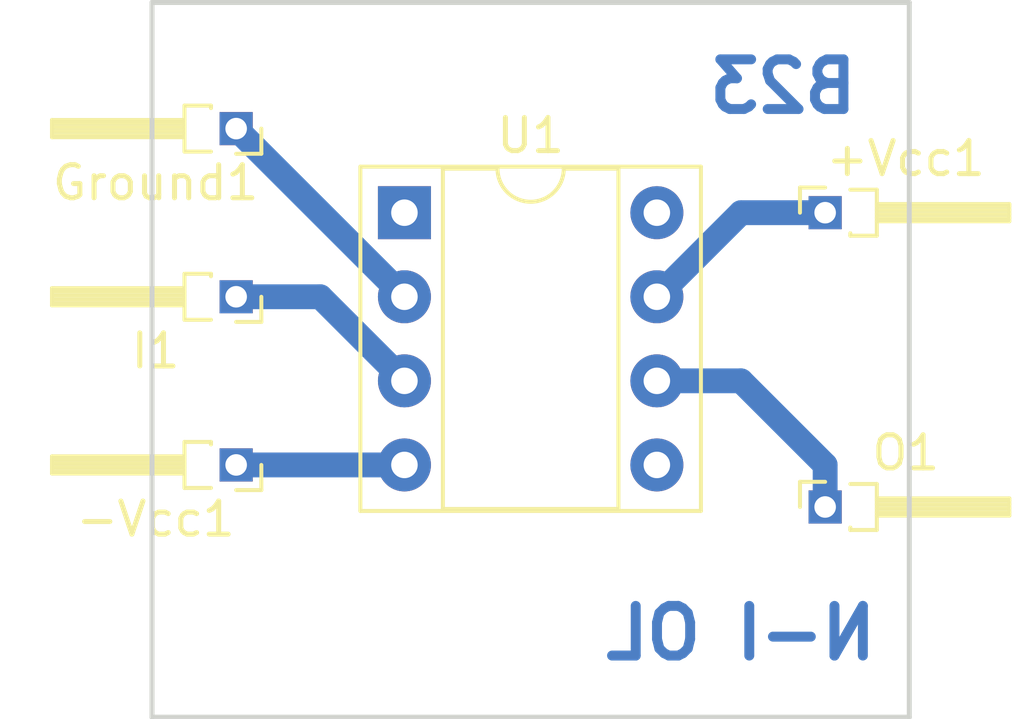
<source format=kicad_pcb>
(kicad_pcb (version 4) (host pcbnew 4.0.7)

  (general
    (links 5)
    (no_connects 0)
    (area 133.766071 82.474999 164.975001 104.215001)
    (thickness 1.6)
    (drawings 6)
    (tracks 9)
    (zones 0)
    (modules 6)
    (nets 9)
  )

  (page A4)
  (layers
    (0 F.Cu signal)
    (31 B.Cu signal)
    (32 B.Adhes user)
    (33 F.Adhes user)
    (34 B.Paste user)
    (35 F.Paste user)
    (36 B.SilkS user)
    (37 F.SilkS user)
    (38 B.Mask user)
    (39 F.Mask user)
    (40 Dwgs.User user)
    (41 Cmts.User user)
    (42 Eco1.User user)
    (43 Eco2.User user)
    (44 Edge.Cuts user)
    (45 Margin user)
    (46 B.CrtYd user)
    (47 F.CrtYd user)
    (48 B.Fab user)
    (49 F.Fab user)
  )

  (setup
    (last_trace_width 0.75)
    (trace_clearance 0.2)
    (zone_clearance 0.508)
    (zone_45_only yes)
    (trace_min 0.2)
    (segment_width 0.2)
    (edge_width 0.15)
    (via_size 0.6)
    (via_drill 0.4)
    (via_min_size 0.4)
    (via_min_drill 0.3)
    (uvia_size 0.3)
    (uvia_drill 0.1)
    (uvias_allowed no)
    (uvia_min_size 0.2)
    (uvia_min_drill 0.1)
    (pcb_text_width 0.3)
    (pcb_text_size 1.5 1.5)
    (mod_edge_width 0.15)
    (mod_text_size 1 1)
    (mod_text_width 0.15)
    (pad_size 1.524 1.524)
    (pad_drill 0.762)
    (pad_to_mask_clearance 0.2)
    (aux_axis_origin 0 0)
    (visible_elements 7FFFFFFF)
    (pcbplotparams
      (layerselection 0x3d000_80000001)
      (usegerberextensions false)
      (excludeedgelayer true)
      (linewidth 0.100000)
      (plotframeref false)
      (viasonmask false)
      (mode 1)
      (useauxorigin false)
      (hpglpennumber 1)
      (hpglpenspeed 20)
      (hpglpendiameter 15)
      (hpglpenoverlay 2)
      (psnegative false)
      (psa4output false)
      (plotreference true)
      (plotvalue true)
      (plotinvisibletext false)
      (padsonsilk false)
      (subtractmaskfromsilk false)
      (outputformat 1)
      (mirror false)
      (drillshape 0)
      (scaleselection 1)
      (outputdirectory ""))
  )

  (net 0 "")
  (net 1 "Net-(+Vcc1-Pad1)")
  (net 2 "Net-(-Vcc1-Pad1)")
  (net 3 "Net-(Ground1-Pad1)")
  (net 4 "Net-(I1-Pad1)")
  (net 5 "Net-(O1-Pad1)")
  (net 6 "Net-(U1-Pad1)")
  (net 7 "Net-(U1-Pad5)")
  (net 8 "Net-(U1-Pad8)")

  (net_class Default "This is the default net class."
    (clearance 0.2)
    (trace_width 0.75)
    (via_dia 0.6)
    (via_drill 0.4)
    (uvia_dia 0.3)
    (uvia_drill 0.1)
    (add_net "Net-(+Vcc1-Pad1)")
    (add_net "Net-(-Vcc1-Pad1)")
    (add_net "Net-(Ground1-Pad1)")
    (add_net "Net-(I1-Pad1)")
    (add_net "Net-(O1-Pad1)")
    (add_net "Net-(U1-Pad1)")
    (add_net "Net-(U1-Pad5)")
    (add_net "Net-(U1-Pad8)")
  )

  (module Pin_Headers:Pin_Header_Angled_1x01_Pitch1.27mm (layer F.Cu) (tedit 59650535) (tstamp 5C49D168)
    (at 158.75 88.9)
    (descr "Through hole angled pin header, 1x01, 1.27mm pitch, 4.0mm pin length, single row")
    (tags "Through hole angled pin header THT 1x01 1.27mm single row")
    (path /5C49CCC8)
    (fp_text reference +Vcc1 (at 2.4325 -1.635) (layer F.SilkS)
      (effects (font (size 1 1) (thickness 0.15)))
    )
    (fp_text value +12V (at 2.4325 1.635) (layer F.Fab)
      (effects (font (size 1 1) (thickness 0.15)))
    )
    (fp_line (start 0.75 -0.635) (end 1.5 -0.635) (layer F.Fab) (width 0.1))
    (fp_line (start 1.5 -0.635) (end 1.5 0.635) (layer F.Fab) (width 0.1))
    (fp_line (start 1.5 0.635) (end 0.5 0.635) (layer F.Fab) (width 0.1))
    (fp_line (start 0.5 0.635) (end 0.5 -0.385) (layer F.Fab) (width 0.1))
    (fp_line (start 0.5 -0.385) (end 0.75 -0.635) (layer F.Fab) (width 0.1))
    (fp_line (start -0.2 -0.2) (end 0.5 -0.2) (layer F.Fab) (width 0.1))
    (fp_line (start -0.2 -0.2) (end -0.2 0.2) (layer F.Fab) (width 0.1))
    (fp_line (start -0.2 0.2) (end 0.5 0.2) (layer F.Fab) (width 0.1))
    (fp_line (start 1.5 -0.2) (end 5.5 -0.2) (layer F.Fab) (width 0.1))
    (fp_line (start 5.5 -0.2) (end 5.5 0.2) (layer F.Fab) (width 0.1))
    (fp_line (start 1.5 0.2) (end 5.5 0.2) (layer F.Fab) (width 0.1))
    (fp_line (start 0.76 -0.695) (end 1.56 -0.695) (layer F.SilkS) (width 0.12))
    (fp_line (start 1.56 -0.695) (end 1.56 0.695) (layer F.SilkS) (width 0.12))
    (fp_line (start 1.56 0.695) (end 0.76 0.695) (layer F.SilkS) (width 0.12))
    (fp_line (start 0.76 0.695) (end 0.76 0.619677) (layer F.SilkS) (width 0.12))
    (fp_line (start 1.56 -0.26) (end 5.56 -0.26) (layer F.SilkS) (width 0.12))
    (fp_line (start 5.56 -0.26) (end 5.56 0.26) (layer F.SilkS) (width 0.12))
    (fp_line (start 5.56 0.26) (end 1.56 0.26) (layer F.SilkS) (width 0.12))
    (fp_line (start 1.56 -0.2) (end 5.56 -0.2) (layer F.SilkS) (width 0.12))
    (fp_line (start 1.56 -0.08) (end 5.56 -0.08) (layer F.SilkS) (width 0.12))
    (fp_line (start 1.56 0.04) (end 5.56 0.04) (layer F.SilkS) (width 0.12))
    (fp_line (start 1.56 0.16) (end 5.56 0.16) (layer F.SilkS) (width 0.12))
    (fp_line (start -0.76 0) (end -0.76 -0.76) (layer F.SilkS) (width 0.12))
    (fp_line (start -0.76 -0.76) (end 0 -0.76) (layer F.SilkS) (width 0.12))
    (fp_line (start -1.15 -1.15) (end -1.15 1.15) (layer F.CrtYd) (width 0.05))
    (fp_line (start -1.15 1.15) (end 6 1.15) (layer F.CrtYd) (width 0.05))
    (fp_line (start 6 1.15) (end 6 -1.15) (layer F.CrtYd) (width 0.05))
    (fp_line (start 6 -1.15) (end -1.15 -1.15) (layer F.CrtYd) (width 0.05))
    (fp_text user %R (at 1 0 90) (layer F.Fab)
      (effects (font (size 0.6 0.6) (thickness 0.09)))
    )
    (pad 1 thru_hole rect (at 0 0) (size 1 1) (drill 0.65) (layers *.Cu *.Mask)
      (net 1 "Net-(+Vcc1-Pad1)"))
    (model ${KISYS3DMOD}/Pin_Headers.3dshapes/Pin_Header_Angled_1x01_Pitch1.27mm.wrl
      (at (xyz 0 0 0))
      (scale (xyz 1 1 1))
      (rotate (xyz 0 0 0))
    )
  )

  (module Pin_Headers:Pin_Header_Angled_1x01_Pitch1.27mm (layer F.Cu) (tedit 59650535) (tstamp 5C49D16D)
    (at 140.97 96.52 180)
    (descr "Through hole angled pin header, 1x01, 1.27mm pitch, 4.0mm pin length, single row")
    (tags "Through hole angled pin header THT 1x01 1.27mm single row")
    (path /5C49CD97)
    (fp_text reference -Vcc1 (at 2.4325 -1.635 180) (layer F.SilkS)
      (effects (font (size 1 1) (thickness 0.15)))
    )
    (fp_text value -12V (at 2.4325 1.635 180) (layer F.Fab)
      (effects (font (size 1 1) (thickness 0.15)))
    )
    (fp_line (start 0.75 -0.635) (end 1.5 -0.635) (layer F.Fab) (width 0.1))
    (fp_line (start 1.5 -0.635) (end 1.5 0.635) (layer F.Fab) (width 0.1))
    (fp_line (start 1.5 0.635) (end 0.5 0.635) (layer F.Fab) (width 0.1))
    (fp_line (start 0.5 0.635) (end 0.5 -0.385) (layer F.Fab) (width 0.1))
    (fp_line (start 0.5 -0.385) (end 0.75 -0.635) (layer F.Fab) (width 0.1))
    (fp_line (start -0.2 -0.2) (end 0.5 -0.2) (layer F.Fab) (width 0.1))
    (fp_line (start -0.2 -0.2) (end -0.2 0.2) (layer F.Fab) (width 0.1))
    (fp_line (start -0.2 0.2) (end 0.5 0.2) (layer F.Fab) (width 0.1))
    (fp_line (start 1.5 -0.2) (end 5.5 -0.2) (layer F.Fab) (width 0.1))
    (fp_line (start 5.5 -0.2) (end 5.5 0.2) (layer F.Fab) (width 0.1))
    (fp_line (start 1.5 0.2) (end 5.5 0.2) (layer F.Fab) (width 0.1))
    (fp_line (start 0.76 -0.695) (end 1.56 -0.695) (layer F.SilkS) (width 0.12))
    (fp_line (start 1.56 -0.695) (end 1.56 0.695) (layer F.SilkS) (width 0.12))
    (fp_line (start 1.56 0.695) (end 0.76 0.695) (layer F.SilkS) (width 0.12))
    (fp_line (start 0.76 0.695) (end 0.76 0.619677) (layer F.SilkS) (width 0.12))
    (fp_line (start 1.56 -0.26) (end 5.56 -0.26) (layer F.SilkS) (width 0.12))
    (fp_line (start 5.56 -0.26) (end 5.56 0.26) (layer F.SilkS) (width 0.12))
    (fp_line (start 5.56 0.26) (end 1.56 0.26) (layer F.SilkS) (width 0.12))
    (fp_line (start 1.56 -0.2) (end 5.56 -0.2) (layer F.SilkS) (width 0.12))
    (fp_line (start 1.56 -0.08) (end 5.56 -0.08) (layer F.SilkS) (width 0.12))
    (fp_line (start 1.56 0.04) (end 5.56 0.04) (layer F.SilkS) (width 0.12))
    (fp_line (start 1.56 0.16) (end 5.56 0.16) (layer F.SilkS) (width 0.12))
    (fp_line (start -0.76 0) (end -0.76 -0.76) (layer F.SilkS) (width 0.12))
    (fp_line (start -0.76 -0.76) (end 0 -0.76) (layer F.SilkS) (width 0.12))
    (fp_line (start -1.15 -1.15) (end -1.15 1.15) (layer F.CrtYd) (width 0.05))
    (fp_line (start -1.15 1.15) (end 6 1.15) (layer F.CrtYd) (width 0.05))
    (fp_line (start 6 1.15) (end 6 -1.15) (layer F.CrtYd) (width 0.05))
    (fp_line (start 6 -1.15) (end -1.15 -1.15) (layer F.CrtYd) (width 0.05))
    (fp_text user %R (at 1 0 270) (layer F.Fab)
      (effects (font (size 0.6 0.6) (thickness 0.09)))
    )
    (pad 1 thru_hole rect (at 0 0 180) (size 1 1) (drill 0.65) (layers *.Cu *.Mask)
      (net 2 "Net-(-Vcc1-Pad1)"))
    (model ${KISYS3DMOD}/Pin_Headers.3dshapes/Pin_Header_Angled_1x01_Pitch1.27mm.wrl
      (at (xyz 0 0 0))
      (scale (xyz 1 1 1))
      (rotate (xyz 0 0 0))
    )
  )

  (module Pin_Headers:Pin_Header_Angled_1x01_Pitch1.27mm (layer F.Cu) (tedit 59650535) (tstamp 5C49D172)
    (at 140.97 86.36 180)
    (descr "Through hole angled pin header, 1x01, 1.27mm pitch, 4.0mm pin length, single row")
    (tags "Through hole angled pin header THT 1x01 1.27mm single row")
    (path /5C49CCA5)
    (fp_text reference Ground1 (at 2.4325 -1.635 180) (layer F.SilkS)
      (effects (font (size 1 1) (thickness 0.15)))
    )
    (fp_text value Gnd (at 2.4325 1.635 180) (layer F.Fab)
      (effects (font (size 1 1) (thickness 0.15)))
    )
    (fp_line (start 0.75 -0.635) (end 1.5 -0.635) (layer F.Fab) (width 0.1))
    (fp_line (start 1.5 -0.635) (end 1.5 0.635) (layer F.Fab) (width 0.1))
    (fp_line (start 1.5 0.635) (end 0.5 0.635) (layer F.Fab) (width 0.1))
    (fp_line (start 0.5 0.635) (end 0.5 -0.385) (layer F.Fab) (width 0.1))
    (fp_line (start 0.5 -0.385) (end 0.75 -0.635) (layer F.Fab) (width 0.1))
    (fp_line (start -0.2 -0.2) (end 0.5 -0.2) (layer F.Fab) (width 0.1))
    (fp_line (start -0.2 -0.2) (end -0.2 0.2) (layer F.Fab) (width 0.1))
    (fp_line (start -0.2 0.2) (end 0.5 0.2) (layer F.Fab) (width 0.1))
    (fp_line (start 1.5 -0.2) (end 5.5 -0.2) (layer F.Fab) (width 0.1))
    (fp_line (start 5.5 -0.2) (end 5.5 0.2) (layer F.Fab) (width 0.1))
    (fp_line (start 1.5 0.2) (end 5.5 0.2) (layer F.Fab) (width 0.1))
    (fp_line (start 0.76 -0.695) (end 1.56 -0.695) (layer F.SilkS) (width 0.12))
    (fp_line (start 1.56 -0.695) (end 1.56 0.695) (layer F.SilkS) (width 0.12))
    (fp_line (start 1.56 0.695) (end 0.76 0.695) (layer F.SilkS) (width 0.12))
    (fp_line (start 0.76 0.695) (end 0.76 0.619677) (layer F.SilkS) (width 0.12))
    (fp_line (start 1.56 -0.26) (end 5.56 -0.26) (layer F.SilkS) (width 0.12))
    (fp_line (start 5.56 -0.26) (end 5.56 0.26) (layer F.SilkS) (width 0.12))
    (fp_line (start 5.56 0.26) (end 1.56 0.26) (layer F.SilkS) (width 0.12))
    (fp_line (start 1.56 -0.2) (end 5.56 -0.2) (layer F.SilkS) (width 0.12))
    (fp_line (start 1.56 -0.08) (end 5.56 -0.08) (layer F.SilkS) (width 0.12))
    (fp_line (start 1.56 0.04) (end 5.56 0.04) (layer F.SilkS) (width 0.12))
    (fp_line (start 1.56 0.16) (end 5.56 0.16) (layer F.SilkS) (width 0.12))
    (fp_line (start -0.76 0) (end -0.76 -0.76) (layer F.SilkS) (width 0.12))
    (fp_line (start -0.76 -0.76) (end 0 -0.76) (layer F.SilkS) (width 0.12))
    (fp_line (start -1.15 -1.15) (end -1.15 1.15) (layer F.CrtYd) (width 0.05))
    (fp_line (start -1.15 1.15) (end 6 1.15) (layer F.CrtYd) (width 0.05))
    (fp_line (start 6 1.15) (end 6 -1.15) (layer F.CrtYd) (width 0.05))
    (fp_line (start 6 -1.15) (end -1.15 -1.15) (layer F.CrtYd) (width 0.05))
    (fp_text user %R (at 1 0 270) (layer F.Fab)
      (effects (font (size 0.6 0.6) (thickness 0.09)))
    )
    (pad 1 thru_hole rect (at 0 0 180) (size 1 1) (drill 0.65) (layers *.Cu *.Mask)
      (net 3 "Net-(Ground1-Pad1)"))
    (model ${KISYS3DMOD}/Pin_Headers.3dshapes/Pin_Header_Angled_1x01_Pitch1.27mm.wrl
      (at (xyz 0 0 0))
      (scale (xyz 1 1 1))
      (rotate (xyz 0 0 0))
    )
  )

  (module Pin_Headers:Pin_Header_Angled_1x01_Pitch1.27mm (layer F.Cu) (tedit 59650535) (tstamp 5C49D177)
    (at 140.97 91.44 180)
    (descr "Through hole angled pin header, 1x01, 1.27mm pitch, 4.0mm pin length, single row")
    (tags "Through hole angled pin header THT 1x01 1.27mm single row")
    (path /5C49CC82)
    (fp_text reference I1 (at 2.4325 -1.635 180) (layer F.SilkS)
      (effects (font (size 1 1) (thickness 0.15)))
    )
    (fp_text value "sine 2 1kHz" (at 2.4325 1.635 180) (layer F.Fab)
      (effects (font (size 1 1) (thickness 0.15)))
    )
    (fp_line (start 0.75 -0.635) (end 1.5 -0.635) (layer F.Fab) (width 0.1))
    (fp_line (start 1.5 -0.635) (end 1.5 0.635) (layer F.Fab) (width 0.1))
    (fp_line (start 1.5 0.635) (end 0.5 0.635) (layer F.Fab) (width 0.1))
    (fp_line (start 0.5 0.635) (end 0.5 -0.385) (layer F.Fab) (width 0.1))
    (fp_line (start 0.5 -0.385) (end 0.75 -0.635) (layer F.Fab) (width 0.1))
    (fp_line (start -0.2 -0.2) (end 0.5 -0.2) (layer F.Fab) (width 0.1))
    (fp_line (start -0.2 -0.2) (end -0.2 0.2) (layer F.Fab) (width 0.1))
    (fp_line (start -0.2 0.2) (end 0.5 0.2) (layer F.Fab) (width 0.1))
    (fp_line (start 1.5 -0.2) (end 5.5 -0.2) (layer F.Fab) (width 0.1))
    (fp_line (start 5.5 -0.2) (end 5.5 0.2) (layer F.Fab) (width 0.1))
    (fp_line (start 1.5 0.2) (end 5.5 0.2) (layer F.Fab) (width 0.1))
    (fp_line (start 0.76 -0.695) (end 1.56 -0.695) (layer F.SilkS) (width 0.12))
    (fp_line (start 1.56 -0.695) (end 1.56 0.695) (layer F.SilkS) (width 0.12))
    (fp_line (start 1.56 0.695) (end 0.76 0.695) (layer F.SilkS) (width 0.12))
    (fp_line (start 0.76 0.695) (end 0.76 0.619677) (layer F.SilkS) (width 0.12))
    (fp_line (start 1.56 -0.26) (end 5.56 -0.26) (layer F.SilkS) (width 0.12))
    (fp_line (start 5.56 -0.26) (end 5.56 0.26) (layer F.SilkS) (width 0.12))
    (fp_line (start 5.56 0.26) (end 1.56 0.26) (layer F.SilkS) (width 0.12))
    (fp_line (start 1.56 -0.2) (end 5.56 -0.2) (layer F.SilkS) (width 0.12))
    (fp_line (start 1.56 -0.08) (end 5.56 -0.08) (layer F.SilkS) (width 0.12))
    (fp_line (start 1.56 0.04) (end 5.56 0.04) (layer F.SilkS) (width 0.12))
    (fp_line (start 1.56 0.16) (end 5.56 0.16) (layer F.SilkS) (width 0.12))
    (fp_line (start -0.76 0) (end -0.76 -0.76) (layer F.SilkS) (width 0.12))
    (fp_line (start -0.76 -0.76) (end 0 -0.76) (layer F.SilkS) (width 0.12))
    (fp_line (start -1.15 -1.15) (end -1.15 1.15) (layer F.CrtYd) (width 0.05))
    (fp_line (start -1.15 1.15) (end 6 1.15) (layer F.CrtYd) (width 0.05))
    (fp_line (start 6 1.15) (end 6 -1.15) (layer F.CrtYd) (width 0.05))
    (fp_line (start 6 -1.15) (end -1.15 -1.15) (layer F.CrtYd) (width 0.05))
    (fp_text user %R (at 1 0 270) (layer F.Fab)
      (effects (font (size 0.6 0.6) (thickness 0.09)))
    )
    (pad 1 thru_hole rect (at 0 0 180) (size 1 1) (drill 0.65) (layers *.Cu *.Mask)
      (net 4 "Net-(I1-Pad1)"))
    (model ${KISYS3DMOD}/Pin_Headers.3dshapes/Pin_Header_Angled_1x01_Pitch1.27mm.wrl
      (at (xyz 0 0 0))
      (scale (xyz 1 1 1))
      (rotate (xyz 0 0 0))
    )
  )

  (module Pin_Headers:Pin_Header_Angled_1x01_Pitch1.27mm (layer F.Cu) (tedit 59650535) (tstamp 5C49D17C)
    (at 158.75 97.79)
    (descr "Through hole angled pin header, 1x01, 1.27mm pitch, 4.0mm pin length, single row")
    (tags "Through hole angled pin header THT 1x01 1.27mm single row")
    (path /5C49CDCC)
    (fp_text reference O1 (at 2.4325 -1.635) (layer F.SilkS)
      (effects (font (size 1 1) (thickness 0.15)))
    )
    (fp_text value CRO (at 2.4325 1.635) (layer F.Fab)
      (effects (font (size 1 1) (thickness 0.15)))
    )
    (fp_line (start 0.75 -0.635) (end 1.5 -0.635) (layer F.Fab) (width 0.1))
    (fp_line (start 1.5 -0.635) (end 1.5 0.635) (layer F.Fab) (width 0.1))
    (fp_line (start 1.5 0.635) (end 0.5 0.635) (layer F.Fab) (width 0.1))
    (fp_line (start 0.5 0.635) (end 0.5 -0.385) (layer F.Fab) (width 0.1))
    (fp_line (start 0.5 -0.385) (end 0.75 -0.635) (layer F.Fab) (width 0.1))
    (fp_line (start -0.2 -0.2) (end 0.5 -0.2) (layer F.Fab) (width 0.1))
    (fp_line (start -0.2 -0.2) (end -0.2 0.2) (layer F.Fab) (width 0.1))
    (fp_line (start -0.2 0.2) (end 0.5 0.2) (layer F.Fab) (width 0.1))
    (fp_line (start 1.5 -0.2) (end 5.5 -0.2) (layer F.Fab) (width 0.1))
    (fp_line (start 5.5 -0.2) (end 5.5 0.2) (layer F.Fab) (width 0.1))
    (fp_line (start 1.5 0.2) (end 5.5 0.2) (layer F.Fab) (width 0.1))
    (fp_line (start 0.76 -0.695) (end 1.56 -0.695) (layer F.SilkS) (width 0.12))
    (fp_line (start 1.56 -0.695) (end 1.56 0.695) (layer F.SilkS) (width 0.12))
    (fp_line (start 1.56 0.695) (end 0.76 0.695) (layer F.SilkS) (width 0.12))
    (fp_line (start 0.76 0.695) (end 0.76 0.619677) (layer F.SilkS) (width 0.12))
    (fp_line (start 1.56 -0.26) (end 5.56 -0.26) (layer F.SilkS) (width 0.12))
    (fp_line (start 5.56 -0.26) (end 5.56 0.26) (layer F.SilkS) (width 0.12))
    (fp_line (start 5.56 0.26) (end 1.56 0.26) (layer F.SilkS) (width 0.12))
    (fp_line (start 1.56 -0.2) (end 5.56 -0.2) (layer F.SilkS) (width 0.12))
    (fp_line (start 1.56 -0.08) (end 5.56 -0.08) (layer F.SilkS) (width 0.12))
    (fp_line (start 1.56 0.04) (end 5.56 0.04) (layer F.SilkS) (width 0.12))
    (fp_line (start 1.56 0.16) (end 5.56 0.16) (layer F.SilkS) (width 0.12))
    (fp_line (start -0.76 0) (end -0.76 -0.76) (layer F.SilkS) (width 0.12))
    (fp_line (start -0.76 -0.76) (end 0 -0.76) (layer F.SilkS) (width 0.12))
    (fp_line (start -1.15 -1.15) (end -1.15 1.15) (layer F.CrtYd) (width 0.05))
    (fp_line (start -1.15 1.15) (end 6 1.15) (layer F.CrtYd) (width 0.05))
    (fp_line (start 6 1.15) (end 6 -1.15) (layer F.CrtYd) (width 0.05))
    (fp_line (start 6 -1.15) (end -1.15 -1.15) (layer F.CrtYd) (width 0.05))
    (fp_text user %R (at 1 0 90) (layer F.Fab)
      (effects (font (size 0.6 0.6) (thickness 0.09)))
    )
    (pad 1 thru_hole rect (at 0 0) (size 1 1) (drill 0.65) (layers *.Cu *.Mask)
      (net 5 "Net-(O1-Pad1)"))
    (model ${KISYS3DMOD}/Pin_Headers.3dshapes/Pin_Header_Angled_1x01_Pitch1.27mm.wrl
      (at (xyz 0 0 0))
      (scale (xyz 1 1 1))
      (rotate (xyz 0 0 0))
    )
  )

  (module Housings_DIP:DIP-8_W7.62mm_Socket (layer F.Cu) (tedit 59C78D6B) (tstamp 5C49D188)
    (at 146.05 88.9)
    (descr "8-lead though-hole mounted DIP package, row spacing 7.62 mm (300 mils), Socket")
    (tags "THT DIP DIL PDIP 2.54mm 7.62mm 300mil Socket")
    (path /5C48A5A2)
    (fp_text reference U1 (at 3.81 -2.33) (layer F.SilkS)
      (effects (font (size 1 1) (thickness 0.15)))
    )
    (fp_text value LM741 (at 3.81 9.95) (layer F.Fab)
      (effects (font (size 1 1) (thickness 0.15)))
    )
    (fp_arc (start 3.81 -1.33) (end 2.81 -1.33) (angle -180) (layer F.SilkS) (width 0.12))
    (fp_line (start 1.635 -1.27) (end 6.985 -1.27) (layer F.Fab) (width 0.1))
    (fp_line (start 6.985 -1.27) (end 6.985 8.89) (layer F.Fab) (width 0.1))
    (fp_line (start 6.985 8.89) (end 0.635 8.89) (layer F.Fab) (width 0.1))
    (fp_line (start 0.635 8.89) (end 0.635 -0.27) (layer F.Fab) (width 0.1))
    (fp_line (start 0.635 -0.27) (end 1.635 -1.27) (layer F.Fab) (width 0.1))
    (fp_line (start -1.27 -1.33) (end -1.27 8.95) (layer F.Fab) (width 0.1))
    (fp_line (start -1.27 8.95) (end 8.89 8.95) (layer F.Fab) (width 0.1))
    (fp_line (start 8.89 8.95) (end 8.89 -1.33) (layer F.Fab) (width 0.1))
    (fp_line (start 8.89 -1.33) (end -1.27 -1.33) (layer F.Fab) (width 0.1))
    (fp_line (start 2.81 -1.33) (end 1.16 -1.33) (layer F.SilkS) (width 0.12))
    (fp_line (start 1.16 -1.33) (end 1.16 8.95) (layer F.SilkS) (width 0.12))
    (fp_line (start 1.16 8.95) (end 6.46 8.95) (layer F.SilkS) (width 0.12))
    (fp_line (start 6.46 8.95) (end 6.46 -1.33) (layer F.SilkS) (width 0.12))
    (fp_line (start 6.46 -1.33) (end 4.81 -1.33) (layer F.SilkS) (width 0.12))
    (fp_line (start -1.33 -1.39) (end -1.33 9.01) (layer F.SilkS) (width 0.12))
    (fp_line (start -1.33 9.01) (end 8.95 9.01) (layer F.SilkS) (width 0.12))
    (fp_line (start 8.95 9.01) (end 8.95 -1.39) (layer F.SilkS) (width 0.12))
    (fp_line (start 8.95 -1.39) (end -1.33 -1.39) (layer F.SilkS) (width 0.12))
    (fp_line (start -1.55 -1.6) (end -1.55 9.2) (layer F.CrtYd) (width 0.05))
    (fp_line (start -1.55 9.2) (end 9.15 9.2) (layer F.CrtYd) (width 0.05))
    (fp_line (start 9.15 9.2) (end 9.15 -1.6) (layer F.CrtYd) (width 0.05))
    (fp_line (start 9.15 -1.6) (end -1.55 -1.6) (layer F.CrtYd) (width 0.05))
    (fp_text user %R (at 3.81 3.81) (layer F.Fab)
      (effects (font (size 1 1) (thickness 0.15)))
    )
    (pad 1 thru_hole rect (at 0 0) (size 1.6 1.6) (drill 0.8) (layers *.Cu *.Mask)
      (net 6 "Net-(U1-Pad1)"))
    (pad 5 thru_hole oval (at 7.62 7.62) (size 1.6 1.6) (drill 0.8) (layers *.Cu *.Mask)
      (net 7 "Net-(U1-Pad5)"))
    (pad 2 thru_hole oval (at 0 2.54) (size 1.6 1.6) (drill 0.8) (layers *.Cu *.Mask)
      (net 3 "Net-(Ground1-Pad1)"))
    (pad 6 thru_hole oval (at 7.62 5.08) (size 1.6 1.6) (drill 0.8) (layers *.Cu *.Mask)
      (net 5 "Net-(O1-Pad1)"))
    (pad 3 thru_hole oval (at 0 5.08) (size 1.6 1.6) (drill 0.8) (layers *.Cu *.Mask)
      (net 4 "Net-(I1-Pad1)"))
    (pad 7 thru_hole oval (at 7.62 2.54) (size 1.6 1.6) (drill 0.8) (layers *.Cu *.Mask)
      (net 1 "Net-(+Vcc1-Pad1)"))
    (pad 4 thru_hole oval (at 0 7.62) (size 1.6 1.6) (drill 0.8) (layers *.Cu *.Mask)
      (net 2 "Net-(-Vcc1-Pad1)"))
    (pad 8 thru_hole oval (at 7.62 0) (size 1.6 1.6) (drill 0.8) (layers *.Cu *.Mask)
      (net 8 "Net-(U1-Pad8)"))
    (model ${KISYS3DMOD}/Housings_DIP.3dshapes/DIP-8_W7.62mm_Socket.wrl
      (at (xyz 0 0 0))
      (scale (xyz 1 1 1))
      (rotate (xyz 0 0 0))
    )
  )

  (gr_line (start 161.29 82.55) (end 138.43 82.55) (angle 90) (layer Edge.Cuts) (width 0.15))
  (gr_line (start 161.29 104.14) (end 161.29 82.55) (angle 90) (layer Edge.Cuts) (width 0.15))
  (gr_line (start 138.43 104.14) (end 161.29 104.14) (angle 90) (layer Edge.Cuts) (width 0.15))
  (gr_line (start 138.43 82.55) (end 138.43 104.14) (angle 90) (layer Edge.Cuts) (width 0.15))
  (gr_text "N-I OL" (at 156.21 101.6) (layer B.Cu)
    (effects (font (size 1.5 1.5) (thickness 0.3)) (justify mirror))
  )
  (gr_text B23 (at 157.48 85.09) (layer B.Cu)
    (effects (font (size 1.5 1.5) (thickness 0.3)) (justify mirror))
  )

  (segment (start 158.75 88.9) (end 156.21 88.9) (width 0.75) (layer B.Cu) (net 1))
  (segment (start 156.21 88.9) (end 153.67 91.44) (width 0.75) (layer B.Cu) (net 1) (tstamp 5C49D30F))
  (segment (start 140.97 96.52) (end 146.05 96.52) (width 0.75) (layer B.Cu) (net 2))
  (segment (start 146.05 91.44) (end 140.97 86.36) (width 0.75) (layer B.Cu) (net 3) (status C00000))
  (segment (start 140.97 91.44) (end 143.51 91.44) (width 0.75) (layer B.Cu) (net 4))
  (segment (start 143.51 91.44) (end 146.05 93.98) (width 0.75) (layer B.Cu) (net 4) (tstamp 5C49D358))
  (segment (start 153.67 93.98) (end 156.21 93.98) (width 0.75) (layer B.Cu) (net 5) (status 400000))
  (segment (start 158.75 96.52) (end 158.75 97.79) (width 0.75) (layer B.Cu) (net 5) (tstamp 5C4A05BD) (status 800000))
  (segment (start 156.21 93.98) (end 158.75 96.52) (width 0.75) (layer B.Cu) (net 5) (tstamp 5C4A05BC))

)

</source>
